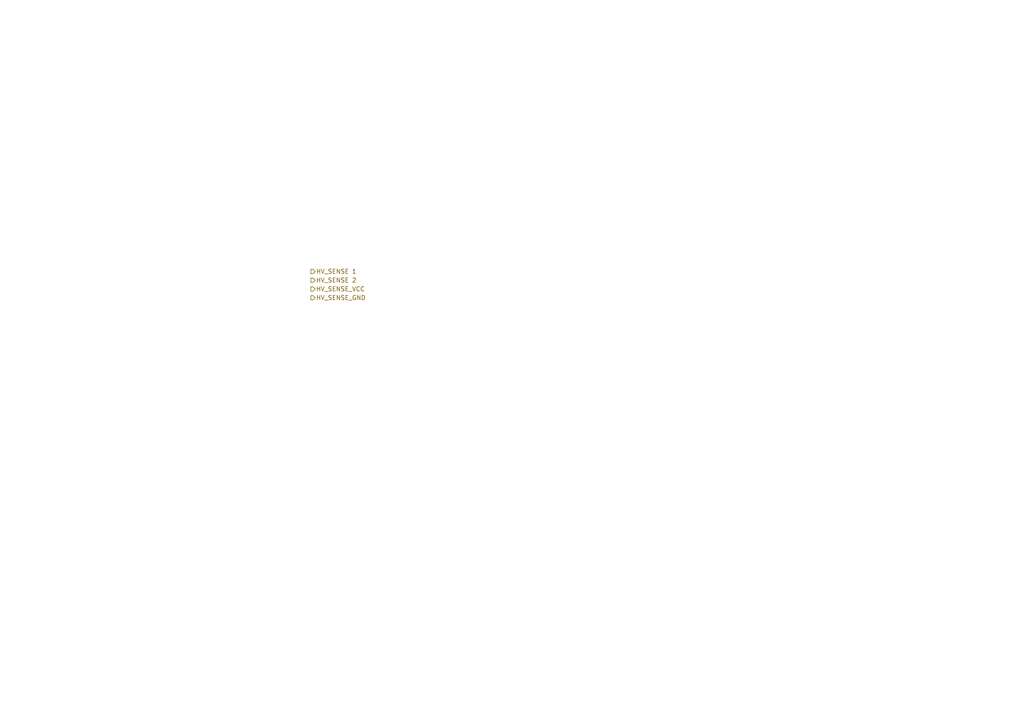
<source format=kicad_sch>
(kicad_sch (version 20211123) (generator eeschema)
  (paper "A4")
  (title_block (title "LV Subsystem interconnections") (date "2022-03-16") (rev "0.1") (company "Oxford University Racing") (comment 1 "Hugo Berg, Becky Hu, Lianfeng Shi") (comment 2 "Electronics team"))
  (lib_symbols)
  (hierarchical_label "HV_SENSE 1" (shape output) (at 90.17 78.74 0))
  (hierarchical_label "HV_SENSE_VCC" (shape output) (at 90.17 83.82 0))
  (hierarchical_label "HV_SENSE_GND" (shape output) (at 90.17 86.36 0))
  (hierarchical_label "HV_SENSE 2" (shape output) (at 90.17 81.28 0))
)
</source>
